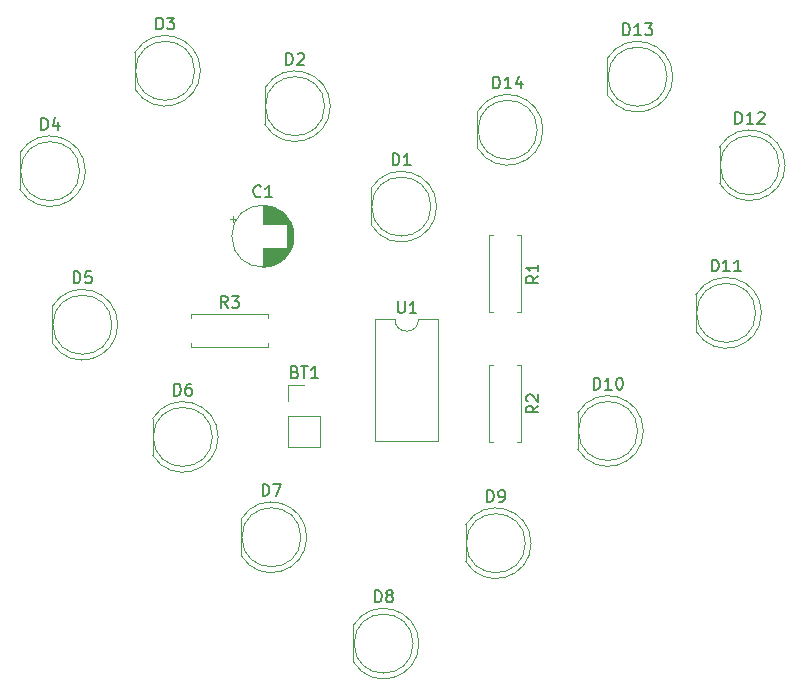
<source format=gbr>
%TF.GenerationSoftware,KiCad,Pcbnew,9.0.7*%
%TF.CreationDate,2026-02-20T23:46:02+05:30*%
%TF.ProjectId,heart-board,68656172-742d-4626-9f61-72642e6b6963,rev?*%
%TF.SameCoordinates,Original*%
%TF.FileFunction,Legend,Top*%
%TF.FilePolarity,Positive*%
%FSLAX46Y46*%
G04 Gerber Fmt 4.6, Leading zero omitted, Abs format (unit mm)*
G04 Created by KiCad (PCBNEW 9.0.7) date 2026-02-20 23:46:02*
%MOMM*%
%LPD*%
G01*
G04 APERTURE LIST*
%ADD10C,0.150000*%
%ADD11C,0.120000*%
G04 APERTURE END LIST*
D10*
X204015714Y-52994819D02*
X204015714Y-51994819D01*
X204015714Y-51994819D02*
X204253809Y-51994819D01*
X204253809Y-51994819D02*
X204396666Y-52042438D01*
X204396666Y-52042438D02*
X204491904Y-52137676D01*
X204491904Y-52137676D02*
X204539523Y-52232914D01*
X204539523Y-52232914D02*
X204587142Y-52423390D01*
X204587142Y-52423390D02*
X204587142Y-52566247D01*
X204587142Y-52566247D02*
X204539523Y-52756723D01*
X204539523Y-52756723D02*
X204491904Y-52851961D01*
X204491904Y-52851961D02*
X204396666Y-52947200D01*
X204396666Y-52947200D02*
X204253809Y-52994819D01*
X204253809Y-52994819D02*
X204015714Y-52994819D01*
X205539523Y-52994819D02*
X204968095Y-52994819D01*
X205253809Y-52994819D02*
X205253809Y-51994819D01*
X205253809Y-51994819D02*
X205158571Y-52137676D01*
X205158571Y-52137676D02*
X205063333Y-52232914D01*
X205063333Y-52232914D02*
X204968095Y-52280533D01*
X205872857Y-51994819D02*
X206491904Y-51994819D01*
X206491904Y-51994819D02*
X206158571Y-52375771D01*
X206158571Y-52375771D02*
X206301428Y-52375771D01*
X206301428Y-52375771D02*
X206396666Y-52423390D01*
X206396666Y-52423390D02*
X206444285Y-52471009D01*
X206444285Y-52471009D02*
X206491904Y-52566247D01*
X206491904Y-52566247D02*
X206491904Y-52804342D01*
X206491904Y-52804342D02*
X206444285Y-52899580D01*
X206444285Y-52899580D02*
X206396666Y-52947200D01*
X206396666Y-52947200D02*
X206301428Y-52994819D01*
X206301428Y-52994819D02*
X206015714Y-52994819D01*
X206015714Y-52994819D02*
X205920476Y-52947200D01*
X205920476Y-52947200D02*
X205872857Y-52899580D01*
X176214285Y-81511009D02*
X176357142Y-81558628D01*
X176357142Y-81558628D02*
X176404761Y-81606247D01*
X176404761Y-81606247D02*
X176452380Y-81701485D01*
X176452380Y-81701485D02*
X176452380Y-81844342D01*
X176452380Y-81844342D02*
X176404761Y-81939580D01*
X176404761Y-81939580D02*
X176357142Y-81987200D01*
X176357142Y-81987200D02*
X176261904Y-82034819D01*
X176261904Y-82034819D02*
X175880952Y-82034819D01*
X175880952Y-82034819D02*
X175880952Y-81034819D01*
X175880952Y-81034819D02*
X176214285Y-81034819D01*
X176214285Y-81034819D02*
X176309523Y-81082438D01*
X176309523Y-81082438D02*
X176357142Y-81130057D01*
X176357142Y-81130057D02*
X176404761Y-81225295D01*
X176404761Y-81225295D02*
X176404761Y-81320533D01*
X176404761Y-81320533D02*
X176357142Y-81415771D01*
X176357142Y-81415771D02*
X176309523Y-81463390D01*
X176309523Y-81463390D02*
X176214285Y-81511009D01*
X176214285Y-81511009D02*
X175880952Y-81511009D01*
X176738095Y-81034819D02*
X177309523Y-81034819D01*
X177023809Y-82034819D02*
X177023809Y-81034819D01*
X178166666Y-82034819D02*
X177595238Y-82034819D01*
X177880952Y-82034819D02*
X177880952Y-81034819D01*
X177880952Y-81034819D02*
X177785714Y-81177676D01*
X177785714Y-81177676D02*
X177690476Y-81272914D01*
X177690476Y-81272914D02*
X177595238Y-81320533D01*
X173333333Y-66609580D02*
X173285714Y-66657200D01*
X173285714Y-66657200D02*
X173142857Y-66704819D01*
X173142857Y-66704819D02*
X173047619Y-66704819D01*
X173047619Y-66704819D02*
X172904762Y-66657200D01*
X172904762Y-66657200D02*
X172809524Y-66561961D01*
X172809524Y-66561961D02*
X172761905Y-66466723D01*
X172761905Y-66466723D02*
X172714286Y-66276247D01*
X172714286Y-66276247D02*
X172714286Y-66133390D01*
X172714286Y-66133390D02*
X172761905Y-65942914D01*
X172761905Y-65942914D02*
X172809524Y-65847676D01*
X172809524Y-65847676D02*
X172904762Y-65752438D01*
X172904762Y-65752438D02*
X173047619Y-65704819D01*
X173047619Y-65704819D02*
X173142857Y-65704819D01*
X173142857Y-65704819D02*
X173285714Y-65752438D01*
X173285714Y-65752438D02*
X173333333Y-65800057D01*
X174285714Y-66704819D02*
X173714286Y-66704819D01*
X174000000Y-66704819D02*
X174000000Y-65704819D01*
X174000000Y-65704819D02*
X173904762Y-65847676D01*
X173904762Y-65847676D02*
X173809524Y-65942914D01*
X173809524Y-65942914D02*
X173714286Y-65990533D01*
X193015714Y-57494819D02*
X193015714Y-56494819D01*
X193015714Y-56494819D02*
X193253809Y-56494819D01*
X193253809Y-56494819D02*
X193396666Y-56542438D01*
X193396666Y-56542438D02*
X193491904Y-56637676D01*
X193491904Y-56637676D02*
X193539523Y-56732914D01*
X193539523Y-56732914D02*
X193587142Y-56923390D01*
X193587142Y-56923390D02*
X193587142Y-57066247D01*
X193587142Y-57066247D02*
X193539523Y-57256723D01*
X193539523Y-57256723D02*
X193491904Y-57351961D01*
X193491904Y-57351961D02*
X193396666Y-57447200D01*
X193396666Y-57447200D02*
X193253809Y-57494819D01*
X193253809Y-57494819D02*
X193015714Y-57494819D01*
X194539523Y-57494819D02*
X193968095Y-57494819D01*
X194253809Y-57494819D02*
X194253809Y-56494819D01*
X194253809Y-56494819D02*
X194158571Y-56637676D01*
X194158571Y-56637676D02*
X194063333Y-56732914D01*
X194063333Y-56732914D02*
X193968095Y-56780533D01*
X195396666Y-56828152D02*
X195396666Y-57494819D01*
X195158571Y-56447200D02*
X194920476Y-57161485D01*
X194920476Y-57161485D02*
X195539523Y-57161485D01*
X184928095Y-75504819D02*
X184928095Y-76314342D01*
X184928095Y-76314342D02*
X184975714Y-76409580D01*
X184975714Y-76409580D02*
X185023333Y-76457200D01*
X185023333Y-76457200D02*
X185118571Y-76504819D01*
X185118571Y-76504819D02*
X185309047Y-76504819D01*
X185309047Y-76504819D02*
X185404285Y-76457200D01*
X185404285Y-76457200D02*
X185451904Y-76409580D01*
X185451904Y-76409580D02*
X185499523Y-76314342D01*
X185499523Y-76314342D02*
X185499523Y-75504819D01*
X186499523Y-76504819D02*
X185928095Y-76504819D01*
X186213809Y-76504819D02*
X186213809Y-75504819D01*
X186213809Y-75504819D02*
X186118571Y-75647676D01*
X186118571Y-75647676D02*
X186023333Y-75742914D01*
X186023333Y-75742914D02*
X185928095Y-75790533D01*
X170523333Y-76084819D02*
X170190000Y-75608628D01*
X169951905Y-76084819D02*
X169951905Y-75084819D01*
X169951905Y-75084819D02*
X170332857Y-75084819D01*
X170332857Y-75084819D02*
X170428095Y-75132438D01*
X170428095Y-75132438D02*
X170475714Y-75180057D01*
X170475714Y-75180057D02*
X170523333Y-75275295D01*
X170523333Y-75275295D02*
X170523333Y-75418152D01*
X170523333Y-75418152D02*
X170475714Y-75513390D01*
X170475714Y-75513390D02*
X170428095Y-75561009D01*
X170428095Y-75561009D02*
X170332857Y-75608628D01*
X170332857Y-75608628D02*
X169951905Y-75608628D01*
X170856667Y-75084819D02*
X171475714Y-75084819D01*
X171475714Y-75084819D02*
X171142381Y-75465771D01*
X171142381Y-75465771D02*
X171285238Y-75465771D01*
X171285238Y-75465771D02*
X171380476Y-75513390D01*
X171380476Y-75513390D02*
X171428095Y-75561009D01*
X171428095Y-75561009D02*
X171475714Y-75656247D01*
X171475714Y-75656247D02*
X171475714Y-75894342D01*
X171475714Y-75894342D02*
X171428095Y-75989580D01*
X171428095Y-75989580D02*
X171380476Y-76037200D01*
X171380476Y-76037200D02*
X171285238Y-76084819D01*
X171285238Y-76084819D02*
X170999524Y-76084819D01*
X170999524Y-76084819D02*
X170904286Y-76037200D01*
X170904286Y-76037200D02*
X170856667Y-75989580D01*
X196824819Y-84356666D02*
X196348628Y-84689999D01*
X196824819Y-84928094D02*
X195824819Y-84928094D01*
X195824819Y-84928094D02*
X195824819Y-84547142D01*
X195824819Y-84547142D02*
X195872438Y-84451904D01*
X195872438Y-84451904D02*
X195920057Y-84404285D01*
X195920057Y-84404285D02*
X196015295Y-84356666D01*
X196015295Y-84356666D02*
X196158152Y-84356666D01*
X196158152Y-84356666D02*
X196253390Y-84404285D01*
X196253390Y-84404285D02*
X196301009Y-84451904D01*
X196301009Y-84451904D02*
X196348628Y-84547142D01*
X196348628Y-84547142D02*
X196348628Y-84928094D01*
X195920057Y-83975713D02*
X195872438Y-83928094D01*
X195872438Y-83928094D02*
X195824819Y-83832856D01*
X195824819Y-83832856D02*
X195824819Y-83594761D01*
X195824819Y-83594761D02*
X195872438Y-83499523D01*
X195872438Y-83499523D02*
X195920057Y-83451904D01*
X195920057Y-83451904D02*
X196015295Y-83404285D01*
X196015295Y-83404285D02*
X196110533Y-83404285D01*
X196110533Y-83404285D02*
X196253390Y-83451904D01*
X196253390Y-83451904D02*
X196824819Y-84023332D01*
X196824819Y-84023332D02*
X196824819Y-83404285D01*
X196824819Y-73356666D02*
X196348628Y-73689999D01*
X196824819Y-73928094D02*
X195824819Y-73928094D01*
X195824819Y-73928094D02*
X195824819Y-73547142D01*
X195824819Y-73547142D02*
X195872438Y-73451904D01*
X195872438Y-73451904D02*
X195920057Y-73404285D01*
X195920057Y-73404285D02*
X196015295Y-73356666D01*
X196015295Y-73356666D02*
X196158152Y-73356666D01*
X196158152Y-73356666D02*
X196253390Y-73404285D01*
X196253390Y-73404285D02*
X196301009Y-73451904D01*
X196301009Y-73451904D02*
X196348628Y-73547142D01*
X196348628Y-73547142D02*
X196348628Y-73928094D01*
X196824819Y-72404285D02*
X196824819Y-72975713D01*
X196824819Y-72689999D02*
X195824819Y-72689999D01*
X195824819Y-72689999D02*
X195967676Y-72785237D01*
X195967676Y-72785237D02*
X196062914Y-72880475D01*
X196062914Y-72880475D02*
X196110533Y-72975713D01*
X213515714Y-60494819D02*
X213515714Y-59494819D01*
X213515714Y-59494819D02*
X213753809Y-59494819D01*
X213753809Y-59494819D02*
X213896666Y-59542438D01*
X213896666Y-59542438D02*
X213991904Y-59637676D01*
X213991904Y-59637676D02*
X214039523Y-59732914D01*
X214039523Y-59732914D02*
X214087142Y-59923390D01*
X214087142Y-59923390D02*
X214087142Y-60066247D01*
X214087142Y-60066247D02*
X214039523Y-60256723D01*
X214039523Y-60256723D02*
X213991904Y-60351961D01*
X213991904Y-60351961D02*
X213896666Y-60447200D01*
X213896666Y-60447200D02*
X213753809Y-60494819D01*
X213753809Y-60494819D02*
X213515714Y-60494819D01*
X215039523Y-60494819D02*
X214468095Y-60494819D01*
X214753809Y-60494819D02*
X214753809Y-59494819D01*
X214753809Y-59494819D02*
X214658571Y-59637676D01*
X214658571Y-59637676D02*
X214563333Y-59732914D01*
X214563333Y-59732914D02*
X214468095Y-59780533D01*
X215420476Y-59590057D02*
X215468095Y-59542438D01*
X215468095Y-59542438D02*
X215563333Y-59494819D01*
X215563333Y-59494819D02*
X215801428Y-59494819D01*
X215801428Y-59494819D02*
X215896666Y-59542438D01*
X215896666Y-59542438D02*
X215944285Y-59590057D01*
X215944285Y-59590057D02*
X215991904Y-59685295D01*
X215991904Y-59685295D02*
X215991904Y-59780533D01*
X215991904Y-59780533D02*
X215944285Y-59923390D01*
X215944285Y-59923390D02*
X215372857Y-60494819D01*
X215372857Y-60494819D02*
X215991904Y-60494819D01*
X211515714Y-72994819D02*
X211515714Y-71994819D01*
X211515714Y-71994819D02*
X211753809Y-71994819D01*
X211753809Y-71994819D02*
X211896666Y-72042438D01*
X211896666Y-72042438D02*
X211991904Y-72137676D01*
X211991904Y-72137676D02*
X212039523Y-72232914D01*
X212039523Y-72232914D02*
X212087142Y-72423390D01*
X212087142Y-72423390D02*
X212087142Y-72566247D01*
X212087142Y-72566247D02*
X212039523Y-72756723D01*
X212039523Y-72756723D02*
X211991904Y-72851961D01*
X211991904Y-72851961D02*
X211896666Y-72947200D01*
X211896666Y-72947200D02*
X211753809Y-72994819D01*
X211753809Y-72994819D02*
X211515714Y-72994819D01*
X213039523Y-72994819D02*
X212468095Y-72994819D01*
X212753809Y-72994819D02*
X212753809Y-71994819D01*
X212753809Y-71994819D02*
X212658571Y-72137676D01*
X212658571Y-72137676D02*
X212563333Y-72232914D01*
X212563333Y-72232914D02*
X212468095Y-72280533D01*
X213991904Y-72994819D02*
X213420476Y-72994819D01*
X213706190Y-72994819D02*
X213706190Y-71994819D01*
X213706190Y-71994819D02*
X213610952Y-72137676D01*
X213610952Y-72137676D02*
X213515714Y-72232914D01*
X213515714Y-72232914D02*
X213420476Y-72280533D01*
X201515714Y-82994819D02*
X201515714Y-81994819D01*
X201515714Y-81994819D02*
X201753809Y-81994819D01*
X201753809Y-81994819D02*
X201896666Y-82042438D01*
X201896666Y-82042438D02*
X201991904Y-82137676D01*
X201991904Y-82137676D02*
X202039523Y-82232914D01*
X202039523Y-82232914D02*
X202087142Y-82423390D01*
X202087142Y-82423390D02*
X202087142Y-82566247D01*
X202087142Y-82566247D02*
X202039523Y-82756723D01*
X202039523Y-82756723D02*
X201991904Y-82851961D01*
X201991904Y-82851961D02*
X201896666Y-82947200D01*
X201896666Y-82947200D02*
X201753809Y-82994819D01*
X201753809Y-82994819D02*
X201515714Y-82994819D01*
X203039523Y-82994819D02*
X202468095Y-82994819D01*
X202753809Y-82994819D02*
X202753809Y-81994819D01*
X202753809Y-81994819D02*
X202658571Y-82137676D01*
X202658571Y-82137676D02*
X202563333Y-82232914D01*
X202563333Y-82232914D02*
X202468095Y-82280533D01*
X203658571Y-81994819D02*
X203753809Y-81994819D01*
X203753809Y-81994819D02*
X203849047Y-82042438D01*
X203849047Y-82042438D02*
X203896666Y-82090057D01*
X203896666Y-82090057D02*
X203944285Y-82185295D01*
X203944285Y-82185295D02*
X203991904Y-82375771D01*
X203991904Y-82375771D02*
X203991904Y-82613866D01*
X203991904Y-82613866D02*
X203944285Y-82804342D01*
X203944285Y-82804342D02*
X203896666Y-82899580D01*
X203896666Y-82899580D02*
X203849047Y-82947200D01*
X203849047Y-82947200D02*
X203753809Y-82994819D01*
X203753809Y-82994819D02*
X203658571Y-82994819D01*
X203658571Y-82994819D02*
X203563333Y-82947200D01*
X203563333Y-82947200D02*
X203515714Y-82899580D01*
X203515714Y-82899580D02*
X203468095Y-82804342D01*
X203468095Y-82804342D02*
X203420476Y-82613866D01*
X203420476Y-82613866D02*
X203420476Y-82375771D01*
X203420476Y-82375771D02*
X203468095Y-82185295D01*
X203468095Y-82185295D02*
X203515714Y-82090057D01*
X203515714Y-82090057D02*
X203563333Y-82042438D01*
X203563333Y-82042438D02*
X203658571Y-81994819D01*
X192491905Y-92494819D02*
X192491905Y-91494819D01*
X192491905Y-91494819D02*
X192730000Y-91494819D01*
X192730000Y-91494819D02*
X192872857Y-91542438D01*
X192872857Y-91542438D02*
X192968095Y-91637676D01*
X192968095Y-91637676D02*
X193015714Y-91732914D01*
X193015714Y-91732914D02*
X193063333Y-91923390D01*
X193063333Y-91923390D02*
X193063333Y-92066247D01*
X193063333Y-92066247D02*
X193015714Y-92256723D01*
X193015714Y-92256723D02*
X192968095Y-92351961D01*
X192968095Y-92351961D02*
X192872857Y-92447200D01*
X192872857Y-92447200D02*
X192730000Y-92494819D01*
X192730000Y-92494819D02*
X192491905Y-92494819D01*
X193539524Y-92494819D02*
X193730000Y-92494819D01*
X193730000Y-92494819D02*
X193825238Y-92447200D01*
X193825238Y-92447200D02*
X193872857Y-92399580D01*
X193872857Y-92399580D02*
X193968095Y-92256723D01*
X193968095Y-92256723D02*
X194015714Y-92066247D01*
X194015714Y-92066247D02*
X194015714Y-91685295D01*
X194015714Y-91685295D02*
X193968095Y-91590057D01*
X193968095Y-91590057D02*
X193920476Y-91542438D01*
X193920476Y-91542438D02*
X193825238Y-91494819D01*
X193825238Y-91494819D02*
X193634762Y-91494819D01*
X193634762Y-91494819D02*
X193539524Y-91542438D01*
X193539524Y-91542438D02*
X193491905Y-91590057D01*
X193491905Y-91590057D02*
X193444286Y-91685295D01*
X193444286Y-91685295D02*
X193444286Y-91923390D01*
X193444286Y-91923390D02*
X193491905Y-92018628D01*
X193491905Y-92018628D02*
X193539524Y-92066247D01*
X193539524Y-92066247D02*
X193634762Y-92113866D01*
X193634762Y-92113866D02*
X193825238Y-92113866D01*
X193825238Y-92113866D02*
X193920476Y-92066247D01*
X193920476Y-92066247D02*
X193968095Y-92018628D01*
X193968095Y-92018628D02*
X194015714Y-91923390D01*
X173491905Y-91994819D02*
X173491905Y-90994819D01*
X173491905Y-90994819D02*
X173730000Y-90994819D01*
X173730000Y-90994819D02*
X173872857Y-91042438D01*
X173872857Y-91042438D02*
X173968095Y-91137676D01*
X173968095Y-91137676D02*
X174015714Y-91232914D01*
X174015714Y-91232914D02*
X174063333Y-91423390D01*
X174063333Y-91423390D02*
X174063333Y-91566247D01*
X174063333Y-91566247D02*
X174015714Y-91756723D01*
X174015714Y-91756723D02*
X173968095Y-91851961D01*
X173968095Y-91851961D02*
X173872857Y-91947200D01*
X173872857Y-91947200D02*
X173730000Y-91994819D01*
X173730000Y-91994819D02*
X173491905Y-91994819D01*
X174396667Y-90994819D02*
X175063333Y-90994819D01*
X175063333Y-90994819D02*
X174634762Y-91994819D01*
X165991905Y-83494819D02*
X165991905Y-82494819D01*
X165991905Y-82494819D02*
X166230000Y-82494819D01*
X166230000Y-82494819D02*
X166372857Y-82542438D01*
X166372857Y-82542438D02*
X166468095Y-82637676D01*
X166468095Y-82637676D02*
X166515714Y-82732914D01*
X166515714Y-82732914D02*
X166563333Y-82923390D01*
X166563333Y-82923390D02*
X166563333Y-83066247D01*
X166563333Y-83066247D02*
X166515714Y-83256723D01*
X166515714Y-83256723D02*
X166468095Y-83351961D01*
X166468095Y-83351961D02*
X166372857Y-83447200D01*
X166372857Y-83447200D02*
X166230000Y-83494819D01*
X166230000Y-83494819D02*
X165991905Y-83494819D01*
X167420476Y-82494819D02*
X167230000Y-82494819D01*
X167230000Y-82494819D02*
X167134762Y-82542438D01*
X167134762Y-82542438D02*
X167087143Y-82590057D01*
X167087143Y-82590057D02*
X166991905Y-82732914D01*
X166991905Y-82732914D02*
X166944286Y-82923390D01*
X166944286Y-82923390D02*
X166944286Y-83304342D01*
X166944286Y-83304342D02*
X166991905Y-83399580D01*
X166991905Y-83399580D02*
X167039524Y-83447200D01*
X167039524Y-83447200D02*
X167134762Y-83494819D01*
X167134762Y-83494819D02*
X167325238Y-83494819D01*
X167325238Y-83494819D02*
X167420476Y-83447200D01*
X167420476Y-83447200D02*
X167468095Y-83399580D01*
X167468095Y-83399580D02*
X167515714Y-83304342D01*
X167515714Y-83304342D02*
X167515714Y-83066247D01*
X167515714Y-83066247D02*
X167468095Y-82971009D01*
X167468095Y-82971009D02*
X167420476Y-82923390D01*
X167420476Y-82923390D02*
X167325238Y-82875771D01*
X167325238Y-82875771D02*
X167134762Y-82875771D01*
X167134762Y-82875771D02*
X167039524Y-82923390D01*
X167039524Y-82923390D02*
X166991905Y-82971009D01*
X166991905Y-82971009D02*
X166944286Y-83066247D01*
X157491905Y-73994819D02*
X157491905Y-72994819D01*
X157491905Y-72994819D02*
X157730000Y-72994819D01*
X157730000Y-72994819D02*
X157872857Y-73042438D01*
X157872857Y-73042438D02*
X157968095Y-73137676D01*
X157968095Y-73137676D02*
X158015714Y-73232914D01*
X158015714Y-73232914D02*
X158063333Y-73423390D01*
X158063333Y-73423390D02*
X158063333Y-73566247D01*
X158063333Y-73566247D02*
X158015714Y-73756723D01*
X158015714Y-73756723D02*
X157968095Y-73851961D01*
X157968095Y-73851961D02*
X157872857Y-73947200D01*
X157872857Y-73947200D02*
X157730000Y-73994819D01*
X157730000Y-73994819D02*
X157491905Y-73994819D01*
X158968095Y-72994819D02*
X158491905Y-72994819D01*
X158491905Y-72994819D02*
X158444286Y-73471009D01*
X158444286Y-73471009D02*
X158491905Y-73423390D01*
X158491905Y-73423390D02*
X158587143Y-73375771D01*
X158587143Y-73375771D02*
X158825238Y-73375771D01*
X158825238Y-73375771D02*
X158920476Y-73423390D01*
X158920476Y-73423390D02*
X158968095Y-73471009D01*
X158968095Y-73471009D02*
X159015714Y-73566247D01*
X159015714Y-73566247D02*
X159015714Y-73804342D01*
X159015714Y-73804342D02*
X158968095Y-73899580D01*
X158968095Y-73899580D02*
X158920476Y-73947200D01*
X158920476Y-73947200D02*
X158825238Y-73994819D01*
X158825238Y-73994819D02*
X158587143Y-73994819D01*
X158587143Y-73994819D02*
X158491905Y-73947200D01*
X158491905Y-73947200D02*
X158444286Y-73899580D01*
X154756905Y-60994819D02*
X154756905Y-59994819D01*
X154756905Y-59994819D02*
X154995000Y-59994819D01*
X154995000Y-59994819D02*
X155137857Y-60042438D01*
X155137857Y-60042438D02*
X155233095Y-60137676D01*
X155233095Y-60137676D02*
X155280714Y-60232914D01*
X155280714Y-60232914D02*
X155328333Y-60423390D01*
X155328333Y-60423390D02*
X155328333Y-60566247D01*
X155328333Y-60566247D02*
X155280714Y-60756723D01*
X155280714Y-60756723D02*
X155233095Y-60851961D01*
X155233095Y-60851961D02*
X155137857Y-60947200D01*
X155137857Y-60947200D02*
X154995000Y-60994819D01*
X154995000Y-60994819D02*
X154756905Y-60994819D01*
X156185476Y-60328152D02*
X156185476Y-60994819D01*
X155947381Y-59947200D02*
X155709286Y-60661485D01*
X155709286Y-60661485D02*
X156328333Y-60661485D01*
X164491905Y-52494819D02*
X164491905Y-51494819D01*
X164491905Y-51494819D02*
X164730000Y-51494819D01*
X164730000Y-51494819D02*
X164872857Y-51542438D01*
X164872857Y-51542438D02*
X164968095Y-51637676D01*
X164968095Y-51637676D02*
X165015714Y-51732914D01*
X165015714Y-51732914D02*
X165063333Y-51923390D01*
X165063333Y-51923390D02*
X165063333Y-52066247D01*
X165063333Y-52066247D02*
X165015714Y-52256723D01*
X165015714Y-52256723D02*
X164968095Y-52351961D01*
X164968095Y-52351961D02*
X164872857Y-52447200D01*
X164872857Y-52447200D02*
X164730000Y-52494819D01*
X164730000Y-52494819D02*
X164491905Y-52494819D01*
X165396667Y-51494819D02*
X166015714Y-51494819D01*
X166015714Y-51494819D02*
X165682381Y-51875771D01*
X165682381Y-51875771D02*
X165825238Y-51875771D01*
X165825238Y-51875771D02*
X165920476Y-51923390D01*
X165920476Y-51923390D02*
X165968095Y-51971009D01*
X165968095Y-51971009D02*
X166015714Y-52066247D01*
X166015714Y-52066247D02*
X166015714Y-52304342D01*
X166015714Y-52304342D02*
X165968095Y-52399580D01*
X165968095Y-52399580D02*
X165920476Y-52447200D01*
X165920476Y-52447200D02*
X165825238Y-52494819D01*
X165825238Y-52494819D02*
X165539524Y-52494819D01*
X165539524Y-52494819D02*
X165444286Y-52447200D01*
X165444286Y-52447200D02*
X165396667Y-52399580D01*
X175491905Y-55494819D02*
X175491905Y-54494819D01*
X175491905Y-54494819D02*
X175730000Y-54494819D01*
X175730000Y-54494819D02*
X175872857Y-54542438D01*
X175872857Y-54542438D02*
X175968095Y-54637676D01*
X175968095Y-54637676D02*
X176015714Y-54732914D01*
X176015714Y-54732914D02*
X176063333Y-54923390D01*
X176063333Y-54923390D02*
X176063333Y-55066247D01*
X176063333Y-55066247D02*
X176015714Y-55256723D01*
X176015714Y-55256723D02*
X175968095Y-55351961D01*
X175968095Y-55351961D02*
X175872857Y-55447200D01*
X175872857Y-55447200D02*
X175730000Y-55494819D01*
X175730000Y-55494819D02*
X175491905Y-55494819D01*
X176444286Y-54590057D02*
X176491905Y-54542438D01*
X176491905Y-54542438D02*
X176587143Y-54494819D01*
X176587143Y-54494819D02*
X176825238Y-54494819D01*
X176825238Y-54494819D02*
X176920476Y-54542438D01*
X176920476Y-54542438D02*
X176968095Y-54590057D01*
X176968095Y-54590057D02*
X177015714Y-54685295D01*
X177015714Y-54685295D02*
X177015714Y-54780533D01*
X177015714Y-54780533D02*
X176968095Y-54923390D01*
X176968095Y-54923390D02*
X176396667Y-55494819D01*
X176396667Y-55494819D02*
X177015714Y-55494819D01*
X184491905Y-63994819D02*
X184491905Y-62994819D01*
X184491905Y-62994819D02*
X184730000Y-62994819D01*
X184730000Y-62994819D02*
X184872857Y-63042438D01*
X184872857Y-63042438D02*
X184968095Y-63137676D01*
X184968095Y-63137676D02*
X185015714Y-63232914D01*
X185015714Y-63232914D02*
X185063333Y-63423390D01*
X185063333Y-63423390D02*
X185063333Y-63566247D01*
X185063333Y-63566247D02*
X185015714Y-63756723D01*
X185015714Y-63756723D02*
X184968095Y-63851961D01*
X184968095Y-63851961D02*
X184872857Y-63947200D01*
X184872857Y-63947200D02*
X184730000Y-63994819D01*
X184730000Y-63994819D02*
X184491905Y-63994819D01*
X186015714Y-63994819D02*
X185444286Y-63994819D01*
X185730000Y-63994819D02*
X185730000Y-62994819D01*
X185730000Y-62994819D02*
X185634762Y-63137676D01*
X185634762Y-63137676D02*
X185539524Y-63232914D01*
X185539524Y-63232914D02*
X185444286Y-63280533D01*
X182991905Y-100994819D02*
X182991905Y-99994819D01*
X182991905Y-99994819D02*
X183230000Y-99994819D01*
X183230000Y-99994819D02*
X183372857Y-100042438D01*
X183372857Y-100042438D02*
X183468095Y-100137676D01*
X183468095Y-100137676D02*
X183515714Y-100232914D01*
X183515714Y-100232914D02*
X183563333Y-100423390D01*
X183563333Y-100423390D02*
X183563333Y-100566247D01*
X183563333Y-100566247D02*
X183515714Y-100756723D01*
X183515714Y-100756723D02*
X183468095Y-100851961D01*
X183468095Y-100851961D02*
X183372857Y-100947200D01*
X183372857Y-100947200D02*
X183230000Y-100994819D01*
X183230000Y-100994819D02*
X182991905Y-100994819D01*
X184134762Y-100423390D02*
X184039524Y-100375771D01*
X184039524Y-100375771D02*
X183991905Y-100328152D01*
X183991905Y-100328152D02*
X183944286Y-100232914D01*
X183944286Y-100232914D02*
X183944286Y-100185295D01*
X183944286Y-100185295D02*
X183991905Y-100090057D01*
X183991905Y-100090057D02*
X184039524Y-100042438D01*
X184039524Y-100042438D02*
X184134762Y-99994819D01*
X184134762Y-99994819D02*
X184325238Y-99994819D01*
X184325238Y-99994819D02*
X184420476Y-100042438D01*
X184420476Y-100042438D02*
X184468095Y-100090057D01*
X184468095Y-100090057D02*
X184515714Y-100185295D01*
X184515714Y-100185295D02*
X184515714Y-100232914D01*
X184515714Y-100232914D02*
X184468095Y-100328152D01*
X184468095Y-100328152D02*
X184420476Y-100375771D01*
X184420476Y-100375771D02*
X184325238Y-100423390D01*
X184325238Y-100423390D02*
X184134762Y-100423390D01*
X184134762Y-100423390D02*
X184039524Y-100471009D01*
X184039524Y-100471009D02*
X183991905Y-100518628D01*
X183991905Y-100518628D02*
X183944286Y-100613866D01*
X183944286Y-100613866D02*
X183944286Y-100804342D01*
X183944286Y-100804342D02*
X183991905Y-100899580D01*
X183991905Y-100899580D02*
X184039524Y-100947200D01*
X184039524Y-100947200D02*
X184134762Y-100994819D01*
X184134762Y-100994819D02*
X184325238Y-100994819D01*
X184325238Y-100994819D02*
X184420476Y-100947200D01*
X184420476Y-100947200D02*
X184468095Y-100899580D01*
X184468095Y-100899580D02*
X184515714Y-100804342D01*
X184515714Y-100804342D02*
X184515714Y-100613866D01*
X184515714Y-100613866D02*
X184468095Y-100518628D01*
X184468095Y-100518628D02*
X184420476Y-100471009D01*
X184420476Y-100471009D02*
X184325238Y-100423390D01*
D11*
%TO.C,D13*%
X202670000Y-54955000D02*
X202670000Y-58045000D01*
X202670000Y-54955170D02*
G75*
G02*
X208220000Y-56500000I2560000J-1544830D01*
G01*
X208220000Y-56500000D02*
G75*
G02*
X202670000Y-58044830I-2990000J0D01*
G01*
X207730000Y-56500000D02*
G75*
G02*
X202730000Y-56500000I-2500000J0D01*
G01*
X202730000Y-56500000D02*
G75*
G02*
X207730000Y-56500000I2500000J0D01*
G01*
%TO.C,BT1*%
X175620000Y-82580000D02*
X177000000Y-82580000D01*
X175620000Y-83960000D02*
X175620000Y-82580000D01*
X175620000Y-85230000D02*
X175620000Y-87880000D01*
X175620000Y-85230000D02*
X178380000Y-85230000D01*
X175620000Y-87880000D02*
X178380000Y-87880000D01*
X178380000Y-85230000D02*
X178380000Y-87880000D01*
%TO.C,C1*%
X170695225Y-68525000D02*
X171195225Y-68525000D01*
X170945225Y-68275000D02*
X170945225Y-68775000D01*
X173500000Y-67420000D02*
X173500000Y-68960000D01*
X173500000Y-71040000D02*
X173500000Y-72580000D01*
X173540000Y-67420000D02*
X173540000Y-68960000D01*
X173540000Y-71040000D02*
X173540000Y-72580000D01*
X173580000Y-67421000D02*
X173580000Y-68960000D01*
X173580000Y-71040000D02*
X173580000Y-72579000D01*
X173620000Y-67423000D02*
X173620000Y-68960000D01*
X173620000Y-71040000D02*
X173620000Y-72577000D01*
X173660000Y-67425000D02*
X173660000Y-68960000D01*
X173660000Y-71040000D02*
X173660000Y-72575000D01*
X173700000Y-67428000D02*
X173700000Y-68960000D01*
X173700000Y-71040000D02*
X173700000Y-72572000D01*
X173740000Y-67431000D02*
X173740000Y-68960000D01*
X173740000Y-71040000D02*
X173740000Y-72569000D01*
X173780000Y-67435000D02*
X173780000Y-68960000D01*
X173780000Y-71040000D02*
X173780000Y-72565000D01*
X173820000Y-67440000D02*
X173820000Y-68960000D01*
X173820000Y-71040000D02*
X173820000Y-72560000D01*
X173860000Y-67445000D02*
X173860000Y-68960000D01*
X173860000Y-71040000D02*
X173860000Y-72555000D01*
X173900000Y-67451000D02*
X173900000Y-68960000D01*
X173900000Y-71040000D02*
X173900000Y-72549000D01*
X173940000Y-67457000D02*
X173940000Y-68960000D01*
X173940000Y-71040000D02*
X173940000Y-72543000D01*
X173980000Y-67464000D02*
X173980000Y-68960000D01*
X173980000Y-71040000D02*
X173980000Y-72536000D01*
X174020000Y-67472000D02*
X174020000Y-68960000D01*
X174020000Y-71040000D02*
X174020000Y-72528000D01*
X174060000Y-67481000D02*
X174060000Y-68960000D01*
X174060000Y-71040000D02*
X174060000Y-72519000D01*
X174100000Y-67490000D02*
X174100000Y-68960000D01*
X174100000Y-71040000D02*
X174100000Y-72510000D01*
X174140000Y-67499000D02*
X174140000Y-68960000D01*
X174140000Y-71040000D02*
X174140000Y-72501000D01*
X174180000Y-67510000D02*
X174180000Y-68960000D01*
X174180000Y-71040000D02*
X174180000Y-72490000D01*
X174220000Y-67521000D02*
X174220000Y-68960000D01*
X174220000Y-71040000D02*
X174220000Y-72479000D01*
X174260000Y-67533000D02*
X174260000Y-68960000D01*
X174260000Y-71040000D02*
X174260000Y-72467000D01*
X174300000Y-67545000D02*
X174300000Y-68960000D01*
X174300000Y-71040000D02*
X174300000Y-72455000D01*
X174340000Y-67558000D02*
X174340000Y-68960000D01*
X174340000Y-71040000D02*
X174340000Y-72442000D01*
X174380000Y-67572000D02*
X174380000Y-68960000D01*
X174380000Y-71040000D02*
X174380000Y-72428000D01*
X174420000Y-67587000D02*
X174420000Y-68960000D01*
X174420000Y-71040000D02*
X174420000Y-72413000D01*
X174460000Y-67602000D02*
X174460000Y-68960000D01*
X174460000Y-71040000D02*
X174460000Y-72398000D01*
X174500000Y-67618000D02*
X174500000Y-68960000D01*
X174500000Y-71040000D02*
X174500000Y-72382000D01*
X174540000Y-67635000D02*
X174540000Y-68960000D01*
X174540000Y-71040000D02*
X174540000Y-72365000D01*
X174580000Y-67653000D02*
X174580000Y-68960000D01*
X174580000Y-71040000D02*
X174580000Y-72347000D01*
X174620000Y-67671000D02*
X174620000Y-68960000D01*
X174620000Y-71040000D02*
X174620000Y-72329000D01*
X174660000Y-67691000D02*
X174660000Y-68960000D01*
X174660000Y-71040000D02*
X174660000Y-72309000D01*
X174700000Y-67711000D02*
X174700000Y-68960000D01*
X174700000Y-71040000D02*
X174700000Y-72289000D01*
X174740000Y-67732000D02*
X174740000Y-68960000D01*
X174740000Y-71040000D02*
X174740000Y-72268000D01*
X174780000Y-67754000D02*
X174780000Y-68960000D01*
X174780000Y-71040000D02*
X174780000Y-72246000D01*
X174820000Y-67777000D02*
X174820000Y-68960000D01*
X174820000Y-71040000D02*
X174820000Y-72223000D01*
X174860000Y-67801000D02*
X174860000Y-68960000D01*
X174860000Y-71040000D02*
X174860000Y-72199000D01*
X174900000Y-67825000D02*
X174900000Y-68960000D01*
X174900000Y-71040000D02*
X174900000Y-72175000D01*
X174940000Y-67851000D02*
X174940000Y-68960000D01*
X174940000Y-71040000D02*
X174940000Y-72149000D01*
X174980000Y-67878000D02*
X174980000Y-68960000D01*
X174980000Y-71040000D02*
X174980000Y-72122000D01*
X175020000Y-67906000D02*
X175020000Y-68960000D01*
X175020000Y-71040000D02*
X175020000Y-72094000D01*
X175060000Y-67935000D02*
X175060000Y-68960000D01*
X175060000Y-71040000D02*
X175060000Y-72065000D01*
X175100000Y-67965000D02*
X175100000Y-68960000D01*
X175100000Y-71040000D02*
X175100000Y-72035000D01*
X175140000Y-67997000D02*
X175140000Y-68960000D01*
X175140000Y-71040000D02*
X175140000Y-72003000D01*
X175180000Y-68030000D02*
X175180000Y-68960000D01*
X175180000Y-71040000D02*
X175180000Y-71970000D01*
X175220000Y-68064000D02*
X175220000Y-68960000D01*
X175220000Y-71040000D02*
X175220000Y-71936000D01*
X175260000Y-68099000D02*
X175260000Y-68960000D01*
X175260000Y-71040000D02*
X175260000Y-71901000D01*
X175300000Y-68136000D02*
X175300000Y-68960000D01*
X175300000Y-71040000D02*
X175300000Y-71864000D01*
X175340000Y-68175000D02*
X175340000Y-68960000D01*
X175340000Y-71040000D02*
X175340000Y-71825000D01*
X175380000Y-68215000D02*
X175380000Y-68960000D01*
X175380000Y-71040000D02*
X175380000Y-71785000D01*
X175420000Y-68257000D02*
X175420000Y-68960000D01*
X175420000Y-71040000D02*
X175420000Y-71743000D01*
X175460000Y-68301000D02*
X175460000Y-68960000D01*
X175460000Y-71040000D02*
X175460000Y-71699000D01*
X175500000Y-68348000D02*
X175500000Y-68960000D01*
X175500000Y-71040000D02*
X175500000Y-71652000D01*
X175540000Y-68396000D02*
X175540000Y-71604000D01*
X175580000Y-68447000D02*
X175580000Y-71553000D01*
X175620000Y-68501000D02*
X175620000Y-71499000D01*
X175660000Y-68557000D02*
X175660000Y-71443000D01*
X175700000Y-68617000D02*
X175700000Y-71383000D01*
X175740000Y-68681000D02*
X175740000Y-71319000D01*
X175780000Y-68749000D02*
X175780000Y-71251000D01*
X175820000Y-68823000D02*
X175820000Y-71177000D01*
X175860000Y-68902000D02*
X175860000Y-71098000D01*
X175900000Y-68989000D02*
X175900000Y-71011000D01*
X175940000Y-69086000D02*
X175940000Y-70914000D01*
X175980000Y-69195000D02*
X175980000Y-70805000D01*
X176020000Y-69323000D02*
X176020000Y-70677000D01*
X176060000Y-69483000D02*
X176060000Y-70517000D01*
X176100000Y-69717000D02*
X176100000Y-70283000D01*
X176120000Y-70000000D02*
G75*
G02*
X170880000Y-70000000I-2620000J0D01*
G01*
X170880000Y-70000000D02*
G75*
G02*
X176120000Y-70000000I2620000J0D01*
G01*
%TO.C,D14*%
X196730000Y-61000000D02*
G75*
G02*
X191730000Y-61000000I-2500000J0D01*
G01*
X191730000Y-61000000D02*
G75*
G02*
X196730000Y-61000000I2500000J0D01*
G01*
X197220000Y-61000000D02*
G75*
G02*
X191670000Y-62544830I-2990000J0D01*
G01*
X191670000Y-59455170D02*
G75*
G02*
X197220000Y-61000000I2560000J-1544830D01*
G01*
X191670000Y-59455000D02*
X191670000Y-62545000D01*
%TO.C,U1*%
X183040000Y-77050000D02*
X183040000Y-87330000D01*
X183040000Y-87330000D02*
X188340000Y-87330000D01*
X184690000Y-77050000D02*
X183040000Y-77050000D01*
X188340000Y-77050000D02*
X186690000Y-77050000D01*
X188340000Y-87330000D02*
X188340000Y-77050000D01*
X186690000Y-77050000D02*
G75*
G02*
X184690000Y-77050000I-1000000J0D01*
G01*
%TO.C,R3*%
X167420000Y-76630000D02*
X173960000Y-76630000D01*
X167420000Y-76960000D02*
X167420000Y-76630000D01*
X167420000Y-79040000D02*
X167420000Y-79370000D01*
X167420000Y-79370000D02*
X173960000Y-79370000D01*
X173960000Y-76630000D02*
X173960000Y-76960000D01*
X173960000Y-79370000D02*
X173960000Y-79040000D01*
%TO.C,R2*%
X195370000Y-80920000D02*
X195370000Y-87460000D01*
X195040000Y-80920000D02*
X195370000Y-80920000D01*
X192960000Y-80920000D02*
X192630000Y-80920000D01*
X192630000Y-80920000D02*
X192630000Y-87460000D01*
X195370000Y-87460000D02*
X195040000Y-87460000D01*
X192630000Y-87460000D02*
X192960000Y-87460000D01*
%TO.C,R1*%
X195370000Y-69920000D02*
X195370000Y-76460000D01*
X195040000Y-69920000D02*
X195370000Y-69920000D01*
X192960000Y-69920000D02*
X192630000Y-69920000D01*
X192630000Y-69920000D02*
X192630000Y-76460000D01*
X195370000Y-76460000D02*
X195040000Y-76460000D01*
X192630000Y-76460000D02*
X192960000Y-76460000D01*
%TO.C,D12*%
X212170000Y-62455000D02*
X212170000Y-65545000D01*
X212170000Y-62455170D02*
G75*
G02*
X217720000Y-64000000I2560000J-1544830D01*
G01*
X217720000Y-64000000D02*
G75*
G02*
X212170000Y-65544830I-2990000J0D01*
G01*
X217230000Y-64000000D02*
G75*
G02*
X212230000Y-64000000I-2500000J0D01*
G01*
X212230000Y-64000000D02*
G75*
G02*
X217230000Y-64000000I2500000J0D01*
G01*
%TO.C,D11*%
X210170000Y-74955000D02*
X210170000Y-78045000D01*
X210170000Y-74955170D02*
G75*
G02*
X215720000Y-76500000I2560000J-1544830D01*
G01*
X215720000Y-76500000D02*
G75*
G02*
X210170000Y-78044830I-2990000J0D01*
G01*
X215230000Y-76500000D02*
G75*
G02*
X210230000Y-76500000I-2500000J0D01*
G01*
X210230000Y-76500000D02*
G75*
G02*
X215230000Y-76500000I2500000J0D01*
G01*
%TO.C,D10*%
X200170000Y-84955000D02*
X200170000Y-88045000D01*
X200170000Y-84955170D02*
G75*
G02*
X205720000Y-86500000I2560000J-1544830D01*
G01*
X205720000Y-86500000D02*
G75*
G02*
X200170000Y-88044830I-2990000J0D01*
G01*
X205230000Y-86500000D02*
G75*
G02*
X200230000Y-86500000I-2500000J0D01*
G01*
X200230000Y-86500000D02*
G75*
G02*
X205230000Y-86500000I2500000J0D01*
G01*
%TO.C,D9*%
X190670000Y-94455000D02*
X190670000Y-97545000D01*
X190670000Y-94455170D02*
G75*
G02*
X196220000Y-96000000I2560000J-1544830D01*
G01*
X196220000Y-96000000D02*
G75*
G02*
X190670000Y-97544830I-2990000J0D01*
G01*
X195730000Y-96000000D02*
G75*
G02*
X190730000Y-96000000I-2500000J0D01*
G01*
X190730000Y-96000000D02*
G75*
G02*
X195730000Y-96000000I2500000J0D01*
G01*
%TO.C,D7*%
X171670000Y-93955000D02*
X171670000Y-97045000D01*
X171670000Y-93955170D02*
G75*
G02*
X177220000Y-95500000I2560000J-1544830D01*
G01*
X177220000Y-95500000D02*
G75*
G02*
X171670000Y-97044830I-2990000J0D01*
G01*
X176730000Y-95500000D02*
G75*
G02*
X171730000Y-95500000I-2500000J0D01*
G01*
X171730000Y-95500000D02*
G75*
G02*
X176730000Y-95500000I2500000J0D01*
G01*
%TO.C,D6*%
X164170000Y-85455000D02*
X164170000Y-88545000D01*
X164170000Y-85455170D02*
G75*
G02*
X169720000Y-87000000I2560000J-1544830D01*
G01*
X169720000Y-87000000D02*
G75*
G02*
X164170000Y-88544830I-2990000J0D01*
G01*
X169230000Y-87000000D02*
G75*
G02*
X164230000Y-87000000I-2500000J0D01*
G01*
X164230000Y-87000000D02*
G75*
G02*
X169230000Y-87000000I2500000J0D01*
G01*
%TO.C,D5*%
X155670000Y-75955000D02*
X155670000Y-79045000D01*
X155670000Y-75955170D02*
G75*
G02*
X161220000Y-77500000I2560000J-1544830D01*
G01*
X161220000Y-77500000D02*
G75*
G02*
X155670000Y-79044830I-2990000J0D01*
G01*
X160730000Y-77500000D02*
G75*
G02*
X155730000Y-77500000I-2500000J0D01*
G01*
X155730000Y-77500000D02*
G75*
G02*
X160730000Y-77500000I2500000J0D01*
G01*
%TO.C,D4*%
X152935000Y-62955000D02*
X152935000Y-66045000D01*
X152935000Y-62955170D02*
G75*
G02*
X158485000Y-64500000I2560000J-1544830D01*
G01*
X158485000Y-64500000D02*
G75*
G02*
X152935000Y-66044830I-2990000J0D01*
G01*
X157995000Y-64500000D02*
G75*
G02*
X152995000Y-64500000I-2500000J0D01*
G01*
X152995000Y-64500000D02*
G75*
G02*
X157995000Y-64500000I2500000J0D01*
G01*
%TO.C,D3*%
X162670000Y-54455000D02*
X162670000Y-57545000D01*
X162670000Y-54455170D02*
G75*
G02*
X168220000Y-56000000I2560000J-1544830D01*
G01*
X168220000Y-56000000D02*
G75*
G02*
X162670000Y-57544830I-2990000J0D01*
G01*
X167730000Y-56000000D02*
G75*
G02*
X162730000Y-56000000I-2500000J0D01*
G01*
X162730000Y-56000000D02*
G75*
G02*
X167730000Y-56000000I2500000J0D01*
G01*
%TO.C,D2*%
X173670000Y-57455000D02*
X173670000Y-60545000D01*
X173670000Y-57455170D02*
G75*
G02*
X179220000Y-59000000I2560000J-1544830D01*
G01*
X179220000Y-59000000D02*
G75*
G02*
X173670000Y-60544830I-2990000J0D01*
G01*
X178730000Y-59000000D02*
G75*
G02*
X173730000Y-59000000I-2500000J0D01*
G01*
X173730000Y-59000000D02*
G75*
G02*
X178730000Y-59000000I2500000J0D01*
G01*
%TO.C,D1*%
X187730000Y-67500000D02*
G75*
G02*
X182730000Y-67500000I-2500000J0D01*
G01*
X182730000Y-67500000D02*
G75*
G02*
X187730000Y-67500000I2500000J0D01*
G01*
X188220000Y-67500000D02*
G75*
G02*
X182670000Y-69044830I-2990000J0D01*
G01*
X182670000Y-65955170D02*
G75*
G02*
X188220000Y-67500000I2560000J-1544830D01*
G01*
X182670000Y-65955000D02*
X182670000Y-69045000D01*
%TO.C,D8*%
X181170000Y-102955000D02*
X181170000Y-106045000D01*
X181170000Y-102955170D02*
G75*
G02*
X186720000Y-104500000I2560000J-1544830D01*
G01*
X186720000Y-104500000D02*
G75*
G02*
X181170000Y-106044830I-2990000J0D01*
G01*
X186230000Y-104500000D02*
G75*
G02*
X181230000Y-104500000I-2500000J0D01*
G01*
X181230000Y-104500000D02*
G75*
G02*
X186230000Y-104500000I2500000J0D01*
G01*
%TD*%
M02*

</source>
